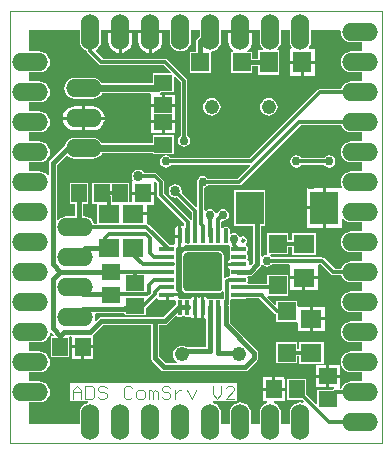
<source format=gtl>
%FSLAX44Y44*%
%MOMM*%
G71*
G01*
G75*
G04 Layer_Physical_Order=1*
G04 Layer_Color=255*
%ADD10C,0.2540*%
G04:AMPARAMS|DCode=11|XSize=1.27mm|YSize=0.3556mm|CornerRadius=0.0356mm|HoleSize=0mm|Usage=FLASHONLY|Rotation=270.000|XOffset=0mm|YOffset=0mm|HoleType=Round|Shape=RoundedRectangle|*
%AMROUNDEDRECTD11*
21,1,1.2700,0.2845,0,0,270.0*
21,1,1.1989,0.3556,0,0,270.0*
1,1,0.0711,-0.1422,-0.5994*
1,1,0.0711,-0.1422,0.5994*
1,1,0.0711,0.1422,0.5994*
1,1,0.0711,0.1422,-0.5994*
%
%ADD11ROUNDEDRECTD11*%
G04:AMPARAMS|DCode=12|XSize=0.3556mm|YSize=1.27mm|CornerRadius=0.0356mm|HoleSize=0mm|Usage=FLASHONLY|Rotation=270.000|XOffset=0mm|YOffset=0mm|HoleType=Round|Shape=RoundedRectangle|*
%AMROUNDEDRECTD12*
21,1,0.3556,1.1989,0,0,270.0*
21,1,0.2845,1.2700,0,0,270.0*
1,1,0.0711,-0.5994,-0.1422*
1,1,0.0711,-0.5994,0.1422*
1,1,0.0711,0.5994,0.1422*
1,1,0.0711,0.5994,-0.1422*
%
%ADD12ROUNDEDRECTD12*%
G04:AMPARAMS|DCode=13|XSize=3.302mm|YSize=3.302mm|CornerRadius=0.3302mm|HoleSize=0mm|Usage=FLASHONLY|Rotation=270.000|XOffset=0mm|YOffset=0mm|HoleType=Round|Shape=RoundedRectangle|*
%AMROUNDEDRECTD13*
21,1,3.3020,2.6416,0,0,270.0*
21,1,2.6416,3.3020,0,0,270.0*
1,1,0.6604,-1.3208,-1.3208*
1,1,0.6604,-1.3208,1.3208*
1,1,0.6604,1.3208,1.3208*
1,1,0.6604,1.3208,-1.3208*
%
%ADD13ROUNDEDRECTD13*%
%ADD14R,1.5240X1.3208*%
%ADD15R,2.4130X2.8194*%
%ADD16R,1.8034X1.6002*%
%ADD17R,1.5240X1.5240*%
%ADD18R,1.3208X1.5240*%
%ADD19R,1.5240X1.5240*%
%ADD20R,1.6002X1.8034*%
%ADD21C,0.6096*%
%ADD22C,0.4064*%
%ADD23C,0.3048*%
%ADD24C,0.0864*%
%ADD25C,0.0500*%
%ADD26C,1.2192*%
%ADD27O,3.0480X1.5240*%
%ADD28O,1.5240X3.0480*%
%ADD29C,0.7580*%
%ADD30C,0.8596*%
G36*
X272066Y142780D02*
X272984Y142167D01*
X274066Y141952D01*
X280877D01*
X281558Y140307D01*
X282980Y138454D01*
X284833Y137032D01*
X286991Y136138D01*
X289306Y135834D01*
X298450D01*
Y128327D01*
X289306D01*
X286991Y128022D01*
X284833Y127128D01*
X282980Y125706D01*
X281558Y123853D01*
X280664Y121695D01*
X280359Y119380D01*
X280664Y117065D01*
X281558Y114907D01*
X282980Y113054D01*
X284833Y111632D01*
X286991Y110738D01*
X289306Y110434D01*
X298450D01*
Y102927D01*
X289306D01*
X286991Y102622D01*
X284833Y101728D01*
X282980Y100306D01*
X281558Y98453D01*
X280664Y96295D01*
X280359Y93980D01*
X280664Y91664D01*
X281558Y89507D01*
X282980Y87654D01*
X284833Y86232D01*
X286991Y85338D01*
X289306Y85034D01*
X298450D01*
Y77526D01*
X289306D01*
X286991Y77222D01*
X284833Y76328D01*
X282980Y74906D01*
X281558Y73053D01*
X280664Y70896D01*
X280359Y68580D01*
X280664Y66265D01*
X281558Y64107D01*
X282980Y62254D01*
X284833Y60832D01*
X286991Y59938D01*
X289306Y59633D01*
X298450D01*
Y52126D01*
X289306D01*
X286991Y51822D01*
X284833Y50928D01*
X282980Y49506D01*
X281558Y47653D01*
X280877Y46008D01*
X279483D01*
X279400Y47244D01*
X279400Y47278D01*
Y55118D01*
X270510D01*
Y47244D01*
X274784D01*
X274909Y45974D01*
X274000Y45793D01*
X273082Y45180D01*
X272992Y45090D01*
X260370D01*
Y33325D01*
X259197Y32839D01*
X250780Y41256D01*
Y54082D01*
X235072D01*
Y36342D01*
X247694D01*
X248821Y35215D01*
X248695Y34825D01*
X248162Y34079D01*
X246126Y34346D01*
X243811Y34042D01*
X241653Y33148D01*
X239800Y31726D01*
X238378Y29873D01*
X237484Y27715D01*
X237180Y25400D01*
Y16256D01*
X229673D01*
Y25400D01*
X229368Y27715D01*
X228474Y29873D01*
X227052Y31726D01*
X225199Y33148D01*
X223668Y33782D01*
X223921Y35052D01*
X232918D01*
Y43942D01*
X214630D01*
Y35052D01*
X217531D01*
X217784Y33782D01*
X216253Y33148D01*
X214400Y31726D01*
X212978Y29873D01*
X212084Y27715D01*
X211779Y25400D01*
Y16256D01*
X204272D01*
Y25400D01*
X203968Y27715D01*
X203074Y29873D01*
X201652Y31726D01*
X199799Y33148D01*
X197642Y34042D01*
X195326Y34346D01*
X193011Y34042D01*
X190853Y33148D01*
X189000Y31726D01*
X187578Y29873D01*
X186684Y27715D01*
X186380Y25400D01*
Y16256D01*
X178873D01*
Y25400D01*
X178568Y27715D01*
X177674Y29873D01*
X176252Y31726D01*
X174399Y33148D01*
X172241Y34042D01*
X171914Y34085D01*
X171997Y35355D01*
X192106D01*
Y50374D01*
X51186D01*
Y35355D01*
X66255D01*
X66338Y34085D01*
X66010Y34042D01*
X63853Y33148D01*
X62000Y31726D01*
X60578Y29873D01*
X59684Y27715D01*
X59380Y25400D01*
Y16256D01*
X16002D01*
Y34234D01*
X25146D01*
X27462Y34538D01*
X29619Y35432D01*
X31472Y36854D01*
X32894Y38707D01*
X33788Y40865D01*
X34093Y43180D01*
X33788Y45496D01*
X32894Y47653D01*
X31472Y49506D01*
X29619Y50928D01*
X27462Y51822D01*
X25146Y52126D01*
X16002D01*
Y59633D01*
X25146D01*
X27462Y59938D01*
X29619Y60832D01*
X31472Y62254D01*
X32894Y64107D01*
X33788Y66265D01*
X34093Y68580D01*
X33788Y70896D01*
X32894Y73053D01*
X31472Y74906D01*
X29619Y76328D01*
X27462Y77222D01*
X25146Y77526D01*
X16002D01*
Y85034D01*
X25146D01*
X27462Y85338D01*
X29619Y86232D01*
X31472Y87654D01*
X32894Y89507D01*
X33788Y91664D01*
X33977Y93099D01*
X35317Y93554D01*
X37548Y91323D01*
X37062Y90150D01*
X34818D01*
Y72410D01*
X50526D01*
Y89770D01*
X51671Y90452D01*
X52680Y90075D01*
Y82550D01*
X70968D01*
Y91440D01*
X70968Y91440D01*
X70968D01*
X70968Y91440D01*
X71548Y92470D01*
X79110Y100032D01*
X119590D01*
Y71628D01*
X119595Y71601D01*
X119590Y71573D01*
X119722Y70962D01*
X119844Y70347D01*
X119860Y70324D01*
X119866Y70297D01*
X120222Y69782D01*
X120570Y69262D01*
X120593Y69246D01*
X120609Y69223D01*
X128483Y61603D01*
X129009Y61264D01*
X129529Y60916D01*
X129557Y60911D01*
X129580Y60896D01*
X130196Y60784D01*
X130810Y60662D01*
X199136D01*
X199750Y60784D01*
X200366Y60896D01*
X200389Y60911D01*
X200417Y60916D01*
X200936Y61264D01*
X201463Y61603D01*
X209337Y69223D01*
X209353Y69246D01*
X209376Y69262D01*
X209724Y69782D01*
X210080Y70297D01*
X210086Y70324D01*
X210102Y70347D01*
X210224Y70962D01*
X210356Y71573D01*
X210351Y71601D01*
X210356Y71628D01*
Y76454D01*
X210102Y77735D01*
X209376Y78820D01*
X186480Y101716D01*
Y114808D01*
X186328Y115572D01*
X186853Y117278D01*
X186896Y117697D01*
X186978Y118110D01*
Y121033D01*
X187808Y122163D01*
X199796D01*
X200423Y122287D01*
X200582Y122394D01*
X211427D01*
X224314Y109506D01*
X225232Y108893D01*
X225826Y108775D01*
Y102610D01*
X242697D01*
X243566Y102610D01*
X243967Y101506D01*
X243967Y101506D01*
Y94357D01*
X254254D01*
Y104898D01*
Y115439D01*
X244836D01*
X243967Y115439D01*
X243566Y116543D01*
Y120350D01*
X225826D01*
Y117653D01*
X224653Y117167D01*
X218330Y123490D01*
X218856Y124760D01*
X235946D01*
Y142500D01*
X218206D01*
Y134654D01*
X201736D01*
X201590Y134831D01*
X201173Y135924D01*
X201309Y136127D01*
X201434Y136754D01*
Y139598D01*
X201321Y140164D01*
X201317Y140238D01*
X202029Y141434D01*
X203200D01*
X204481Y141688D01*
X205566Y142414D01*
X211916Y148764D01*
X212642Y149849D01*
X212778Y150534D01*
X214126Y150802D01*
X214298Y150544D01*
X215965Y149430D01*
X217932Y149039D01*
X219898Y149430D01*
X221566Y150544D01*
X222104Y151350D01*
X236699D01*
X237617Y150499D01*
X237617Y150080D01*
Y141228D01*
X260731D01*
Y150080D01*
X260731Y150499D01*
X261649Y151349D01*
X261649Y151350D01*
X263496D01*
X272066Y142780D01*
D02*
G37*
G36*
X280434Y348549D02*
X280359Y347980D01*
X280664Y345664D01*
X281558Y343507D01*
X282980Y341654D01*
X284833Y340232D01*
X286991Y339338D01*
X289306Y339034D01*
X298450D01*
Y331526D01*
X289306D01*
X286991Y331222D01*
X284833Y330328D01*
X282980Y328906D01*
X281558Y327053D01*
X280664Y324896D01*
X280359Y322580D01*
X280664Y320265D01*
X281558Y318107D01*
X282980Y316254D01*
X284833Y314832D01*
X286991Y313938D01*
X289306Y313633D01*
X298450D01*
Y306126D01*
X289306D01*
X286991Y305822D01*
X284833Y304928D01*
X282980Y303506D01*
X281558Y301653D01*
X280877Y300008D01*
X263144D01*
X262600Y299900D01*
X262067Y299795D01*
X262065Y299794D01*
X262062Y299793D01*
X261609Y299491D01*
X261148Y299184D01*
X202794Y241080D01*
X136506D01*
X135968Y241886D01*
X134300Y243000D01*
X132334Y243391D01*
X130367Y243000D01*
X128700Y241886D01*
X127586Y240219D01*
X127195Y238252D01*
X127586Y236285D01*
X128700Y234618D01*
X130367Y233504D01*
X132334Y233113D01*
X134300Y233504D01*
X135968Y234618D01*
X136506Y235424D01*
X203212D01*
X203738Y234154D01*
X193393Y223808D01*
X167748D01*
X167210Y224614D01*
X165543Y225728D01*
X163576Y226119D01*
X161609Y225728D01*
X159942Y224614D01*
X158828Y222946D01*
X158437Y220980D01*
X158828Y219014D01*
X158970Y218802D01*
Y200023D01*
X157795Y199541D01*
X145582Y211936D01*
X145865Y213360D01*
X145434Y215525D01*
X144208Y217360D01*
X142373Y218586D01*
X140208Y219017D01*
X138043Y218586D01*
X136208Y217360D01*
X134982Y215525D01*
X134551Y213360D01*
X134982Y211195D01*
X136208Y209360D01*
X138043Y208134D01*
X140208Y207703D01*
X141548Y207970D01*
X154398Y194929D01*
Y188953D01*
X153128Y188567D01*
X152876Y188944D01*
X130590Y211229D01*
Y220980D01*
X130375Y222062D01*
X129762Y222980D01*
X124936Y227806D01*
X124018Y228419D01*
X122936Y228634D01*
X113749D01*
X112966Y229806D01*
X111131Y231032D01*
X108966Y231463D01*
X106801Y231032D01*
X104966Y229806D01*
X103740Y227971D01*
X103309Y225806D01*
X103740Y223641D01*
X104330Y222758D01*
X103651Y221488D01*
X103632D01*
Y212598D01*
X121920D01*
Y221026D01*
X123145Y221597D01*
X124934Y219809D01*
Y210058D01*
X125149Y208976D01*
X125762Y208058D01*
X148048Y185772D01*
Y184081D01*
X146778Y183402D01*
X146628Y183502D01*
X145498Y183727D01*
X145346D01*
Y174780D01*
Y165833D01*
X145498D01*
X146628Y166058D01*
X147586Y166698D01*
X148142Y167530D01*
X148527Y167273D01*
X149154Y167148D01*
X151998D01*
X152625Y167273D01*
X153107Y167595D01*
X153167Y167628D01*
X154485D01*
X154545Y167595D01*
X155027Y167273D01*
X155654Y167148D01*
X158498D01*
X159125Y167273D01*
X159607Y167595D01*
X159667Y167628D01*
X160985D01*
X161045Y167595D01*
X161527Y167273D01*
X162154Y167148D01*
X164998D01*
X165625Y167273D01*
X166156Y167628D01*
X167600D01*
X168131Y167273D01*
X168758Y167148D01*
X171602D01*
X172229Y167273D01*
X172760Y167628D01*
X174204D01*
X174735Y167273D01*
X175362Y167148D01*
X178008D01*
X178093Y167148D01*
X178206Y167148D01*
X178207Y167149D01*
X178823Y167271D01*
X178825Y167272D01*
X178825Y167272D01*
X178833Y167273D01*
X178833Y167273D01*
X179627Y167538D01*
X179799Y167543D01*
X179668Y167551D01*
X179682Y167556D01*
X179850Y167544D01*
X179799Y167543D01*
X180157Y167519D01*
X180327Y167492D01*
X180968Y167352D01*
X181085Y167273D01*
X181711Y167149D01*
X181712Y167148D01*
X181910Y167148D01*
X184556D01*
X185183Y167273D01*
X185714Y167628D01*
X186629Y166828D01*
X186295Y166329D01*
X186171Y165702D01*
Y162906D01*
X186171Y162858D01*
X186171Y162857D01*
X186295Y162231D01*
X186488Y161943D01*
X186588Y161793D01*
X186588Y161793D01*
X186618Y161739D01*
X186637Y161030D01*
X186618Y160321D01*
X186588Y160267D01*
X186588Y160267D01*
X186488Y160117D01*
X186295Y159829D01*
X186171Y159202D01*
X186171Y159202D01*
X186171Y159153D01*
Y156358D01*
X186295Y155731D01*
X186552Y155346D01*
X185720Y154790D01*
X185080Y153832D01*
X184855Y152702D01*
Y152550D01*
X193802D01*
Y150010D01*
X184855D01*
Y149858D01*
X185080Y148728D01*
X185720Y147770D01*
X186552Y147214D01*
X186295Y146829D01*
X186171Y146202D01*
Y143358D01*
X186295Y142731D01*
X186600Y142274D01*
X186514Y141873D01*
X186154Y141004D01*
X185674D01*
X184592Y140789D01*
X183674Y140176D01*
X182695Y139197D01*
X181425Y139723D01*
Y157988D01*
X181072Y159764D01*
X180066Y161270D01*
X178560Y162276D01*
X176784Y162629D01*
X150368D01*
X148592Y162276D01*
X147086Y161270D01*
X146080Y159764D01*
X145727Y157988D01*
Y131572D01*
X146080Y129796D01*
X147086Y128290D01*
X148592Y127284D01*
X150368Y126931D01*
X176784D01*
X178560Y127284D01*
X180066Y128290D01*
X181322Y127884D01*
Y122108D01*
X181085Y122061D01*
X180707Y121808D01*
X180548Y121706D01*
X179370D01*
X179211Y121808D01*
X178833Y122061D01*
X178206Y122185D01*
X175362D01*
X174735Y122061D01*
X174204Y121706D01*
X172760D01*
X172229Y122061D01*
X171602Y122185D01*
X168758D01*
X168131Y122061D01*
X167674Y121756D01*
X167086Y122636D01*
X166128Y123276D01*
X164998Y123501D01*
X164846D01*
Y114554D01*
Y105607D01*
X164998D01*
X165310Y105669D01*
X166580Y104722D01*
Y80816D01*
X150192D01*
X149501Y81347D01*
X147714Y82087D01*
X145796Y82339D01*
X143878Y82087D01*
X142091Y81347D01*
X140557Y80169D01*
X139379Y78635D01*
X138639Y76848D01*
X138387Y74930D01*
X138639Y73012D01*
X139379Y71225D01*
X140557Y69691D01*
X141947Y68624D01*
X141922Y68120D01*
X141591Y67354D01*
X132164D01*
X126282Y73046D01*
Y100032D01*
X131826D01*
X131843Y100035D01*
X131861Y100032D01*
X132483Y100162D01*
X133107Y100286D01*
X133121Y100296D01*
X133138Y100300D01*
X133664Y100659D01*
X134192Y101012D01*
X134202Y101026D01*
X134216Y101036D01*
X140165Y107108D01*
X141496Y107402D01*
X142027Y107047D01*
X142654Y106923D01*
X145498D01*
X146125Y107047D01*
X146607Y107369D01*
X146667Y107402D01*
X147985D01*
X148045Y107369D01*
X148527Y107047D01*
X149154Y106923D01*
X151998D01*
X152625Y107047D01*
X153010Y107304D01*
X153566Y106472D01*
X154524Y105832D01*
X155654Y105607D01*
X155806D01*
Y114554D01*
Y123501D01*
X155654D01*
X154524Y123276D01*
X153566Y122636D01*
X153010Y121804D01*
X152625Y122061D01*
X151998Y122185D01*
X149154D01*
X148527Y122061D01*
X148045Y121739D01*
X147985Y121706D01*
X146667D01*
X146607Y121739D01*
X146125Y122061D01*
X145498Y122185D01*
X143398D01*
X143379Y122194D01*
X142463Y123333D01*
X142448Y123423D01*
X142523Y123800D01*
Y123952D01*
X134846D01*
Y120847D01*
X139570D01*
X139790Y120891D01*
X139976Y120839D01*
X141017Y119872D01*
Y117542D01*
X130420Y106724D01*
X77724D01*
X76443Y106470D01*
X75358Y105744D01*
X72756Y103143D01*
X71680Y103862D01*
X71888Y104365D01*
X72193Y106680D01*
X71964Y108414D01*
X72845Y109684D01*
X96774D01*
X97556Y108544D01*
Y108224D01*
X115296D01*
Y114351D01*
X123533Y122799D01*
X124069Y122747D01*
X124987Y122471D01*
X125494Y121712D01*
X126452Y121072D01*
X127582Y120847D01*
X132306D01*
Y125222D01*
X133576D01*
Y126492D01*
X142523D01*
Y126644D01*
X142298Y127774D01*
X141658Y128732D01*
X140895Y129242D01*
X141083Y129523D01*
X141208Y130150D01*
Y132994D01*
X141083Y133621D01*
X140728Y134152D01*
Y135596D01*
X141083Y136127D01*
X141208Y136754D01*
Y139598D01*
X141083Y140225D01*
X140728Y140756D01*
Y142200D01*
X141083Y142731D01*
X141208Y143358D01*
Y146202D01*
X141083Y146829D01*
X140761Y147311D01*
X140728Y147371D01*
Y148689D01*
X140761Y148749D01*
X141083Y149231D01*
X141208Y149858D01*
Y152702D01*
X141083Y153329D01*
X140761Y153811D01*
X140728Y153871D01*
Y155189D01*
X140761Y155249D01*
X141083Y155731D01*
X141208Y156358D01*
Y159202D01*
X141083Y159829D01*
X140761Y160311D01*
X140728Y160371D01*
Y161689D01*
X140761Y161749D01*
X141083Y162231D01*
X141208Y162858D01*
Y164858D01*
X142386Y165869D01*
X142438Y165876D01*
X142654Y165833D01*
X142806D01*
Y173510D01*
X139701D01*
Y168786D01*
X139744Y168570D01*
X139737Y168518D01*
X138726Y167339D01*
X135605D01*
X117810Y184893D01*
X117358Y185192D01*
X116906Y185493D01*
X116897Y185495D01*
X116889Y185500D01*
X116357Y185602D01*
X116205Y185633D01*
Y192528D01*
X104648D01*
Y195068D01*
X116205D01*
Y201168D01*
X121920D01*
Y210058D01*
X103632D01*
Y204339D01*
X101478D01*
Y220198D01*
X70124D01*
Y202458D01*
X73807D01*
Y185708D01*
X71675D01*
X70994Y187353D01*
X69572Y189206D01*
X67719Y190628D01*
X65561Y191522D01*
X63246Y191826D01*
X62020D01*
Y202458D01*
X66680D01*
Y220198D01*
X50972D01*
Y202458D01*
X55328D01*
Y191826D01*
X48006D01*
X45690Y191522D01*
X43533Y190628D01*
X41680Y189206D01*
X41192Y188571D01*
X39922Y189002D01*
Y235342D01*
X47751Y243170D01*
X48792Y243102D01*
X50645Y241680D01*
X52803Y240786D01*
X55118Y240481D01*
X70358D01*
X72674Y240786D01*
X74831Y241680D01*
X76684Y243102D01*
X78106Y244955D01*
X78144Y245046D01*
X121178D01*
Y244774D01*
X138918D01*
Y260482D01*
X121178D01*
Y253810D01*
X78144D01*
X78106Y253901D01*
X76684Y255754D01*
X74831Y257176D01*
X72674Y258070D01*
X70358Y258375D01*
X55118D01*
X52803Y258070D01*
X50645Y257176D01*
X48792Y255754D01*
X47370Y253901D01*
X46476Y251744D01*
X46418Y251303D01*
X34210Y239094D01*
X33484Y238009D01*
X33230Y236728D01*
Y227102D01*
X31960Y226671D01*
X31472Y227306D01*
X29619Y228728D01*
X27462Y229622D01*
X25146Y229926D01*
X16002D01*
Y237433D01*
X25146D01*
X27462Y237738D01*
X29619Y238632D01*
X31472Y240054D01*
X32894Y241907D01*
X33788Y244065D01*
X34093Y246380D01*
X33788Y248696D01*
X32894Y250853D01*
X31472Y252706D01*
X29619Y254128D01*
X27462Y255022D01*
X25146Y255326D01*
X16002D01*
Y262833D01*
X25146D01*
X27462Y263138D01*
X29619Y264032D01*
X31472Y265454D01*
X32894Y267307D01*
X33788Y269464D01*
X34093Y271780D01*
X33788Y274095D01*
X32894Y276253D01*
X31472Y278106D01*
X29619Y279528D01*
X27462Y280422D01*
X25146Y280727D01*
X16002D01*
Y288234D01*
X25146D01*
X27462Y288538D01*
X29619Y289432D01*
X31472Y290854D01*
X32894Y292707D01*
X33788Y294865D01*
X34093Y297180D01*
X33788Y299496D01*
X32894Y301653D01*
X31472Y303506D01*
X29619Y304928D01*
X27462Y305822D01*
X25146Y306126D01*
X16002D01*
Y313633D01*
X25146D01*
X27462Y313938D01*
X29619Y314832D01*
X31472Y316254D01*
X32894Y318107D01*
X33788Y320265D01*
X34093Y322580D01*
X33788Y324896D01*
X32894Y327053D01*
X31472Y328906D01*
X29619Y330328D01*
X27462Y331222D01*
X25146Y331526D01*
X16002D01*
Y349504D01*
X59380D01*
Y340360D01*
X59684Y338045D01*
X60578Y335887D01*
X62000Y334034D01*
X63853Y332612D01*
X65508Y331926D01*
X65713Y330896D01*
X66326Y329978D01*
X75724Y320580D01*
X76642Y319967D01*
X77724Y319752D01*
X130641D01*
X136373Y313927D01*
X135882Y312756D01*
X121178D01*
Y304610D01*
X78144D01*
X78106Y304701D01*
X76684Y306554D01*
X74831Y307976D01*
X72674Y308870D01*
X70358Y309174D01*
X55118D01*
X52803Y308870D01*
X50645Y307976D01*
X48792Y306554D01*
X47370Y304701D01*
X46476Y302544D01*
X46171Y300228D01*
X46476Y297913D01*
X47370Y295755D01*
X48792Y293902D01*
X50645Y292480D01*
X52803Y291586D01*
X55118Y291282D01*
X70358D01*
X72674Y291586D01*
X74831Y292480D01*
X76684Y293902D01*
X78106Y295755D01*
X78144Y295846D01*
X119120D01*
X119888Y294894D01*
X119888Y294576D01*
Y287020D01*
X128778D01*
Y294894D01*
X127709D01*
X127584Y296164D01*
X127661Y296179D01*
X128961Y297048D01*
X138918D01*
Y309666D01*
X140093Y310147D01*
X144746Y305420D01*
Y259950D01*
X143940Y259412D01*
X142826Y257745D01*
X142435Y255778D01*
X142826Y253811D01*
X143940Y252144D01*
X145608Y251030D01*
X147574Y250639D01*
X149541Y251030D01*
X151208Y252144D01*
X152322Y253811D01*
X152713Y255778D01*
X152322Y257745D01*
X151208Y259412D01*
X150402Y259950D01*
Y306578D01*
X150297Y307108D01*
X150196Y307639D01*
X150189Y307649D01*
X150187Y307660D01*
X149888Y308108D01*
X149590Y308562D01*
X133842Y324564D01*
X133832Y324570D01*
X133826Y324580D01*
X133378Y324879D01*
X132929Y325184D01*
X132918Y325187D01*
X132908Y325193D01*
X132378Y325299D01*
X131849Y325408D01*
X131837Y325406D01*
X131826Y325408D01*
X78896D01*
X72884Y331420D01*
X73189Y332911D01*
X74652Y334034D01*
X76074Y335887D01*
X76968Y338045D01*
X77273Y340360D01*
Y349504D01*
X83478D01*
Y349250D01*
X103974D01*
Y349504D01*
X108878D01*
Y349250D01*
X129374D01*
Y349504D01*
X135580D01*
Y340360D01*
X135884Y338045D01*
X136778Y335887D01*
X138200Y334034D01*
X140053Y332612D01*
X142211Y331718D01*
X144526Y331413D01*
X146841Y331718D01*
X148999Y332612D01*
X150852Y334034D01*
X152274Y335887D01*
X153168Y338045D01*
X153472Y340360D01*
Y349504D01*
X160979D01*
Y344528D01*
X159178Y342726D01*
X158452Y341641D01*
X158198Y340360D01*
Y330942D01*
X152700D01*
Y313202D01*
X170440D01*
Y330336D01*
X170440Y330942D01*
X171433Y331612D01*
X172241Y331718D01*
X174399Y332612D01*
X176252Y334034D01*
X177674Y335887D01*
X178568Y338045D01*
X178873Y340360D01*
Y349504D01*
X185078D01*
Y349250D01*
X205574D01*
Y349504D01*
X211779D01*
Y340360D01*
X212084Y338045D01*
X212978Y335887D01*
X214400Y334034D01*
X214953Y333609D01*
X214522Y332339D01*
X209955D01*
Y325418D01*
X205466D01*
Y330942D01*
X201828D01*
X201397Y332212D01*
X202572Y333114D01*
X204201Y335236D01*
X205224Y337708D01*
X205574Y340360D01*
Y346710D01*
X185078D01*
Y340360D01*
X185427Y337708D01*
X186451Y335236D01*
X188080Y333114D01*
X189255Y332212D01*
X188824Y330942D01*
X187726D01*
Y313202D01*
X205466D01*
Y318726D01*
X209955D01*
Y311805D01*
X228457D01*
Y332339D01*
X226930D01*
X226499Y333609D01*
X227052Y334034D01*
X228474Y335887D01*
X229368Y338045D01*
X229673Y340360D01*
Y349504D01*
X237180D01*
Y340360D01*
X237484Y338045D01*
X238378Y335887D01*
X239136Y334899D01*
X238510Y333629D01*
X237109D01*
Y323342D01*
X258191D01*
Y333629D01*
X253742D01*
X253116Y334899D01*
X253874Y335887D01*
X254768Y338045D01*
X255072Y340360D01*
Y349504D01*
X279597D01*
X280434Y348549D01*
D02*
G37*
G36*
X281558Y267307D02*
X282980Y265454D01*
X284833Y264032D01*
X286991Y263138D01*
X289306Y262833D01*
X298450D01*
Y255326D01*
X289306D01*
X286991Y255022D01*
X284833Y254128D01*
X282980Y252706D01*
X281558Y250853D01*
X280664Y248696D01*
X280359Y246380D01*
X280664Y244065D01*
X281558Y241907D01*
X282980Y240054D01*
X284833Y238632D01*
X286991Y237738D01*
X289306Y237433D01*
X298450D01*
Y229926D01*
X289306D01*
X286991Y229622D01*
X284833Y228728D01*
X282980Y227306D01*
X281558Y225453D01*
X280664Y223295D01*
X280359Y220980D01*
X280664Y218664D01*
X281522Y216594D01*
X281273Y216172D01*
X280715Y215519D01*
X267716D01*
Y198882D01*
Y182245D01*
X281051D01*
Y189681D01*
X282321Y190112D01*
X282980Y189254D01*
X284833Y187832D01*
X286991Y186938D01*
X289306Y186633D01*
X298450D01*
Y179126D01*
X289306D01*
X286991Y178822D01*
X284833Y177928D01*
X282980Y176506D01*
X281558Y174653D01*
X280664Y172495D01*
X280359Y170180D01*
X280664Y167864D01*
X281558Y165707D01*
X282980Y163854D01*
X284833Y162432D01*
X286991Y161538D01*
X289306Y161234D01*
X298450D01*
Y153727D01*
X289306D01*
X286991Y153422D01*
X284833Y152528D01*
X282980Y151106D01*
X281558Y149253D01*
X280877Y147608D01*
X275238D01*
X266668Y156178D01*
X265750Y156791D01*
X264668Y157006D01*
X222104D01*
X221566Y157812D01*
X220511Y158516D01*
X220897Y159786D01*
X235946D01*
Y165828D01*
X238907D01*
Y159151D01*
X259441D01*
Y177653D01*
X238907D01*
Y171484D01*
X235946D01*
Y177526D01*
X218206D01*
Y160557D01*
X218009Y159667D01*
X217191Y159169D01*
X215965Y158926D01*
X214298Y157812D01*
X214166Y157614D01*
X212896Y157999D01*
Y183535D01*
X216511D01*
Y214229D01*
X189881D01*
Y183535D01*
X206204D01*
Y152516D01*
X204019Y150331D01*
X202749Y150857D01*
Y152702D01*
X202524Y153832D01*
X201884Y154790D01*
X201052Y155346D01*
X201309Y155731D01*
X201434Y156358D01*
Y159153D01*
X201434Y159202D01*
X201433Y159202D01*
X201309Y159829D01*
X201116Y160117D01*
X201016Y160267D01*
X201016Y160267D01*
X200986Y160321D01*
X200967Y161030D01*
X200986Y161739D01*
X201016Y161793D01*
X201016Y161793D01*
X201116Y161943D01*
X201309Y162231D01*
X201433Y162857D01*
X201434Y162858D01*
X201434Y162906D01*
Y165702D01*
X201309Y166329D01*
X200954Y166860D01*
X200423Y167215D01*
X200332Y167233D01*
X200063Y168581D01*
X200161Y168647D01*
X200943Y169816D01*
X201217Y171196D01*
X200943Y172576D01*
X200161Y173745D01*
X198992Y174527D01*
X197612Y174801D01*
X196232Y174527D01*
X196086Y174429D01*
X194740Y174687D01*
X193626Y176354D01*
X191959Y177468D01*
X189992Y177859D01*
X188025Y177468D01*
X187463Y177092D01*
X186194Y177771D01*
Y180774D01*
X186069Y181401D01*
X185714Y181932D01*
X185183Y182287D01*
X184556Y182411D01*
X181910D01*
X181712Y182411D01*
X181711Y182411D01*
X181085Y182287D01*
X180891Y182157D01*
X180779Y182083D01*
X180779Y182083D01*
X180552Y182077D01*
X179515Y182363D01*
X179358Y182428D01*
Y186870D01*
X180588Y187903D01*
X180594Y187901D01*
X182561Y188292D01*
X184228Y189406D01*
X185342Y191073D01*
X185733Y193040D01*
X185342Y195007D01*
X184228Y196674D01*
X182561Y197788D01*
X180594Y198179D01*
X178627Y197788D01*
X176960Y196674D01*
X175846Y195007D01*
X175780Y194675D01*
X174486D01*
X174420Y195007D01*
X173306Y196674D01*
X171639Y197788D01*
X169672Y198179D01*
X167705Y197788D01*
X166038Y196674D01*
X165896Y196461D01*
X164626Y196846D01*
Y216050D01*
X165543Y216232D01*
X167210Y217346D01*
X167748Y218152D01*
X194564D01*
X195646Y218367D01*
X196564Y218980D01*
X246535Y268952D01*
X280877D01*
X281558Y267307D01*
D02*
G37*
%LPC*%
G36*
X247904Y138688D02*
X237617D01*
Y129417D01*
X247904D01*
Y138688D01*
D02*
G37*
G36*
X162306Y123501D02*
X162154D01*
X161024Y123276D01*
X160326Y122810D01*
X159628Y123276D01*
X158498Y123501D01*
X158346D01*
Y114554D01*
Y105607D01*
X158498D01*
X159628Y105832D01*
X160326Y106298D01*
X161024Y105832D01*
X162154Y105607D01*
X162306D01*
Y114554D01*
Y123501D01*
D02*
G37*
G36*
X256794Y115439D02*
Y106168D01*
X267081D01*
Y115439D01*
X256794D01*
D02*
G37*
G36*
X142806Y183727D02*
X142654D01*
X141524Y183502D01*
X140566Y182862D01*
X139926Y181904D01*
X139701Y180774D01*
Y176050D01*
X142806D01*
Y183727D01*
D02*
G37*
G36*
X265176Y197612D02*
X251841D01*
Y182245D01*
X265176D01*
Y197612D01*
D02*
G37*
G36*
X260731Y138688D02*
X250444D01*
Y129417D01*
X260731D01*
Y138688D01*
D02*
G37*
G36*
X267081Y103628D02*
X256794D01*
Y94357D01*
X267081D01*
Y103628D01*
D02*
G37*
G36*
X267970Y55118D02*
X259080D01*
Y47244D01*
X267970D01*
Y55118D01*
D02*
G37*
G36*
Y65532D02*
X259080D01*
Y57658D01*
X267970D01*
Y65532D01*
D02*
G37*
G36*
X222504Y55372D02*
X214630D01*
Y46482D01*
X222504D01*
Y55372D01*
D02*
G37*
G36*
X232918D02*
X225044D01*
Y46482D01*
X232918D01*
Y55372D01*
D02*
G37*
G36*
X70968Y80010D02*
X63094D01*
Y71120D01*
X70968D01*
Y80010D01*
D02*
G37*
G36*
X265791Y85705D02*
X245257D01*
Y79282D01*
X243566D01*
Y85324D01*
X225826D01*
Y67584D01*
X243566D01*
Y73626D01*
X245257D01*
Y67203D01*
X265791D01*
Y85705D01*
D02*
G37*
G36*
X279400Y65532D02*
X270510D01*
Y57658D01*
X279400D01*
Y65532D01*
D02*
G37*
G36*
X60554Y80010D02*
X52680D01*
Y71120D01*
X60554D01*
Y80010D01*
D02*
G37*
G36*
X265176Y215519D02*
X251841D01*
Y200152D01*
X265176D01*
Y215519D01*
D02*
G37*
G36*
X246380Y320802D02*
X237109D01*
Y310515D01*
X246380D01*
Y320802D01*
D02*
G37*
G36*
X258191D02*
X248920D01*
Y310515D01*
X258191D01*
Y320802D01*
D02*
G37*
G36*
X219456Y291889D02*
X217538Y291637D01*
X215751Y290897D01*
X214217Y289719D01*
X213039Y288185D01*
X212299Y286398D01*
X212047Y284480D01*
X212299Y282562D01*
X213039Y280775D01*
X214217Y279241D01*
X215751Y278063D01*
X217538Y277323D01*
X219456Y277071D01*
X221374Y277323D01*
X223161Y278063D01*
X224695Y279241D01*
X225873Y280775D01*
X226613Y282562D01*
X226865Y284480D01*
X226613Y286398D01*
X225873Y288185D01*
X224695Y289719D01*
X223161Y290897D01*
X221374Y291637D01*
X219456Y291889D01*
D02*
G37*
G36*
X140208Y294894D02*
X131318D01*
Y287020D01*
X140208D01*
Y294894D01*
D02*
G37*
G36*
X117856Y346710D02*
X108878D01*
Y340360D01*
X109228Y337708D01*
X110251Y335236D01*
X111880Y333114D01*
X114002Y331485D01*
X116474Y330462D01*
X117856Y330280D01*
Y346710D01*
D02*
G37*
G36*
X129374D02*
X120396D01*
Y330280D01*
X121778Y330462D01*
X124250Y331485D01*
X126372Y333114D01*
X128001Y335236D01*
X129024Y337708D01*
X129374Y340360D01*
Y346710D01*
D02*
G37*
G36*
X92456D02*
X83478D01*
Y340360D01*
X83827Y337708D01*
X84851Y335236D01*
X86480Y333114D01*
X88602Y331485D01*
X91074Y330462D01*
X92456Y330280D01*
Y346710D01*
D02*
G37*
G36*
X103974D02*
X94996D01*
Y330280D01*
X96378Y330462D01*
X98850Y331485D01*
X100972Y333114D01*
X102601Y335236D01*
X103624Y337708D01*
X103974Y340360D01*
Y346710D01*
D02*
G37*
G36*
X171196Y291889D02*
X169278Y291637D01*
X167491Y290897D01*
X165957Y289719D01*
X164779Y288185D01*
X164039Y286398D01*
X163787Y284480D01*
X164039Y282562D01*
X164779Y280775D01*
X165957Y279241D01*
X167491Y278063D01*
X169278Y277323D01*
X171196Y277071D01*
X173114Y277323D01*
X174901Y278063D01*
X176435Y279241D01*
X177613Y280775D01*
X178353Y282562D01*
X178605Y284480D01*
X178353Y286398D01*
X177613Y288185D01*
X176435Y289719D01*
X174901Y290897D01*
X173114Y291637D01*
X171196Y291889D01*
D02*
G37*
G36*
X140208Y270510D02*
X131318D01*
Y262636D01*
X140208D01*
Y270510D01*
D02*
G37*
G36*
X61468Y273558D02*
X45037D01*
X45219Y272176D01*
X46243Y269704D01*
X47872Y267582D01*
X49994Y265953D01*
X52466Y264930D01*
X55118Y264580D01*
X61468D01*
Y273558D01*
D02*
G37*
G36*
X270764Y243391D02*
X268797Y243000D01*
X267130Y241886D01*
X266592Y241080D01*
X246996D01*
X246458Y241886D01*
X244790Y243000D01*
X242824Y243391D01*
X240858Y243000D01*
X239190Y241886D01*
X238076Y240219D01*
X237685Y238252D01*
X238076Y236285D01*
X239190Y234618D01*
X240858Y233504D01*
X242824Y233113D01*
X244790Y233504D01*
X246458Y234618D01*
X246996Y235424D01*
X266592D01*
X267130Y234618D01*
X268797Y233504D01*
X270764Y233113D01*
X272731Y233504D01*
X274398Y234618D01*
X275512Y236285D01*
X275903Y238252D01*
X275512Y240219D01*
X274398Y241886D01*
X272731Y243000D01*
X270764Y243391D01*
D02*
G37*
G36*
X128778Y270510D02*
X119888D01*
Y262636D01*
X128778D01*
Y270510D01*
D02*
G37*
G36*
X61468Y285076D02*
X55118D01*
X52466Y284727D01*
X49994Y283703D01*
X47872Y282074D01*
X46243Y279952D01*
X45219Y277480D01*
X45037Y276098D01*
X61468D01*
Y285076D01*
D02*
G37*
G36*
X70358D02*
X64008D01*
Y276098D01*
X80438D01*
X80257Y277480D01*
X79233Y279952D01*
X77604Y282074D01*
X75482Y283703D01*
X73010Y284727D01*
X70358Y285076D01*
D02*
G37*
G36*
X80438Y273558D02*
X64008D01*
Y264580D01*
X70358D01*
X73010Y264930D01*
X75482Y265953D01*
X77604Y267582D01*
X79233Y269704D01*
X80257Y272176D01*
X80438Y273558D01*
D02*
G37*
G36*
X140208Y284480D02*
X119888D01*
Y276606D01*
Y273050D01*
X140208D01*
Y276606D01*
Y284480D01*
D02*
G37*
%LPD*%
D10*
X198628Y171196D02*
G03*
X198628Y171196I-1016J0D01*
G01*
D11*
X183134Y174780D02*
D03*
X176784D02*
D03*
X170180D02*
D03*
X163576D02*
D03*
X157076D02*
D03*
X150576D02*
D03*
X144076D02*
D03*
Y114554D02*
D03*
X150576D02*
D03*
X157076D02*
D03*
X163576D02*
D03*
X170180D02*
D03*
X176784D02*
D03*
X183134D02*
D03*
D12*
X133576Y164280D02*
D03*
Y157780D02*
D03*
Y151280D02*
D03*
Y144780D02*
D03*
Y138176D02*
D03*
Y131572D02*
D03*
Y125222D02*
D03*
X193802D02*
D03*
Y131572D02*
D03*
Y138176D02*
D03*
Y144780D02*
D03*
Y151280D02*
D03*
Y157780D02*
D03*
Y164280D02*
D03*
D13*
X163576Y144780D02*
D03*
D14*
X130048Y304902D02*
D03*
Y285750D02*
D03*
Y252628D02*
D03*
Y271780D02*
D03*
X106426Y135230D02*
D03*
Y116078D02*
D03*
X85598Y144628D02*
D03*
Y125476D02*
D03*
X269240Y37236D02*
D03*
Y56388D02*
D03*
D15*
X203196Y198882D02*
D03*
X266446D02*
D03*
D16*
X104648Y165354D02*
D03*
Y193798D02*
D03*
X249174Y168402D02*
D03*
Y139958D02*
D03*
X255524Y76454D02*
D03*
Y104898D02*
D03*
X84074Y193802D02*
D03*
Y165358D02*
D03*
D17*
X227076Y168656D02*
D03*
Y133630D02*
D03*
X234696Y76454D02*
D03*
Y111480D02*
D03*
D18*
X58826Y211328D02*
D03*
X77978D02*
D03*
X93624D02*
D03*
X112776D02*
D03*
X61824Y81280D02*
D03*
X42672D02*
D03*
X242926Y45212D02*
D03*
X223774D02*
D03*
D19*
X196596Y322072D02*
D03*
X161570D02*
D03*
D20*
X247650D02*
D03*
X219206D02*
D03*
D21*
X62738Y300228D02*
X125984D01*
X62738Y249428D02*
X122174D01*
D22*
X161544Y322072D02*
Y340360D01*
X169672Y348488D01*
Y348234D02*
Y348488D01*
Y348234D02*
X169926Y347980D01*
X125984Y300228D02*
X130810Y305054D01*
X130048D02*
X130810D01*
X42926Y81280D02*
Y90678D01*
X36576Y97028D02*
X42926Y90678D01*
X36576Y97028D02*
Y138430D01*
X42926Y144780D01*
X81026D01*
X144018Y114808D02*
X150622D01*
X131826Y103378D02*
X144018Y115824D01*
X124460Y103378D02*
X131826D01*
X77724D02*
X124460D01*
X68326Y93980D02*
X77724Y103378D01*
X46228Y93980D02*
X68326D01*
X42926Y90678D02*
X46228Y93980D01*
X49276Y249428D02*
X62738D01*
X36576Y236728D02*
X49276Y249428D01*
X36576Y151130D02*
Y236728D01*
Y151130D02*
X42926Y144780D01*
X183134Y100330D02*
Y114808D01*
Y100330D02*
X207010Y76454D01*
Y71628D02*
Y76454D01*
X199136Y64008D02*
X207010Y71628D01*
X130810Y64008D02*
X199136D01*
X122936Y71628D02*
X130810Y64008D01*
X122936Y71628D02*
Y101854D01*
X124460Y103378D01*
X169926Y77470D02*
Y114808D01*
X148844Y77470D02*
X169926D01*
X146304Y74676D02*
X148844Y77470D01*
X145796Y74676D02*
X146304D01*
X145796D02*
Y74930D01*
X176530Y76454D02*
Y114808D01*
Y76454D02*
X192532D01*
X194056Y74930D01*
X193548Y144780D02*
X203200D01*
X209550Y151130D01*
Y189484D01*
X103124Y160528D02*
X104648Y165354D01*
X63500D02*
X84074D01*
X55626Y157480D02*
X63500Y165354D01*
X61976Y125730D02*
X85598D01*
X55626Y132080D02*
X61976Y125730D01*
X96774Y113030D02*
X100076Y116078D01*
X61976Y113030D02*
X96774D01*
X55626Y106680D02*
X61976Y113030D01*
X58674Y185928D02*
Y211328D01*
X55626Y182880D02*
X58674Y185928D01*
X196596Y322072D02*
X219202D01*
X242824Y45212D02*
X243078D01*
D23*
X68326Y331978D02*
Y347980D01*
Y331978D02*
X77724Y322580D01*
X131826D01*
X147574Y306578D01*
Y255778D02*
Y306578D01*
X106426Y144780D02*
X133604D01*
X106426Y135128D02*
Y144780D01*
X81026D02*
X106426D01*
X81026D02*
X85598D01*
X144018Y114808D02*
Y115824D01*
X122174Y249428D02*
X130048Y252730D01*
X134874Y249428D01*
X185674Y138176D02*
X193548D01*
X184150Y136652D02*
X185674Y138176D01*
X184150Y118110D02*
Y136652D01*
X183134Y114808D02*
X184150Y118110D01*
X156972Y174752D02*
X157226Y171958D01*
Y196088D01*
X140208Y213360D02*
X157226Y196088D01*
X245364Y271780D02*
X296926D01*
X194564Y220980D02*
X245364Y271780D01*
X163576Y174752D02*
Y183642D01*
X161798Y185166D02*
X163576Y183642D01*
X161798Y185166D02*
Y219202D01*
X163576Y220980D01*
X194564D01*
X169926Y174752D02*
Y191262D01*
X169672Y193040D02*
X169926Y191262D01*
X132334Y238252D02*
X203962D01*
X263144Y297180D01*
X296672D01*
X296926D01*
X203200Y198882D02*
X209550Y189484D01*
X189992Y167894D02*
X193548Y164338D01*
X189992Y167894D02*
Y172720D01*
X150876Y170180D02*
Y171450D01*
X150622Y174752D02*
X150876Y171450D01*
Y186944D01*
X127762Y210058D02*
X150876Y186944D01*
X127762Y210058D02*
Y220980D01*
X122936Y225806D02*
X127762Y220980D01*
X108966Y225806D02*
X122936D01*
X103124Y160528D02*
X112776Y151130D01*
X137160D01*
X138176D01*
X136906D02*
X137160D01*
X133604D02*
X136906D01*
X121920Y157734D02*
X133604D01*
X119126Y160528D02*
X121920Y157734D01*
X119126Y160528D02*
Y173228D01*
X115824Y176530D02*
X119126Y173228D01*
X84074Y176530D02*
X115824D01*
X81026Y173228D02*
X84074Y176530D01*
X81026Y173228D02*
X84074Y165354D01*
X122174Y138176D02*
X133604D01*
X117602Y133604D02*
X122174Y138176D01*
X117602Y127254D02*
Y133604D01*
X115824Y125730D02*
X117602Y127254D01*
X81026Y125730D02*
X115824D01*
X81026D02*
X85598D01*
X127000Y131826D02*
X133604D01*
X106426Y116078D02*
X113030D01*
X100076D02*
X106426D01*
X113030D02*
X122936Y126238D01*
Y127762D01*
X127000Y131826D01*
X227076Y168656D02*
X247650D01*
X249174Y166878D01*
Y168402D01*
X193548Y131826D02*
X225298D01*
X227076Y133604D01*
X193548Y125222D02*
X213360D01*
X226314Y111506D02*
X234696D01*
X213360Y124460D02*
X226314Y111506D01*
X213360Y124460D02*
Y125222D01*
X234696Y76454D02*
X249174D01*
X255524D01*
X133604Y164338D02*
X134620D01*
X115824Y182880D02*
X134620Y164338D01*
X55626Y182880D02*
X115824D01*
X84074Y193802D02*
Y208280D01*
X77724Y211328D02*
X84074Y208280D01*
X77724Y211328D02*
X93726D01*
X176530Y174752D02*
Y189230D01*
X180594Y193040D01*
X274066Y144780D02*
X296926D01*
X264668Y154178D02*
X274066Y144780D01*
X217932Y154178D02*
X264668D01*
X176530Y174752D02*
Y188976D01*
X180594Y193040D01*
X242824Y238252D02*
X270764D01*
X270256Y17780D02*
X296926D01*
X242824Y45212D02*
X270256Y17780D01*
X275082Y43180D02*
X296926D01*
X269240Y37338D02*
X275082Y43180D01*
D24*
X53299Y37469D02*
Y44663D01*
X56897Y48260D01*
X60494Y44663D01*
Y37469D01*
Y42864D01*
X53299D01*
X64091Y48260D02*
Y37469D01*
X69487D01*
X71285Y39267D01*
Y46461D01*
X69487Y48260D01*
X64091D01*
X82077Y46461D02*
X80278Y48260D01*
X76681D01*
X74882Y46461D01*
Y44663D01*
X76681Y42864D01*
X80278D01*
X82077Y41066D01*
Y39267D01*
X80278Y37469D01*
X76681D01*
X74882Y39267D01*
X103660Y46461D02*
X101861Y48260D01*
X98264D01*
X96466Y46461D01*
Y39267D01*
X98264Y37469D01*
X101861D01*
X103660Y39267D01*
X109056Y37469D02*
X112653D01*
X114451Y39267D01*
Y42864D01*
X112653Y44663D01*
X109056D01*
X107257Y42864D01*
Y39267D01*
X109056Y37469D01*
X118048D02*
Y44663D01*
X119847D01*
X121646Y42864D01*
Y37469D01*
Y42864D01*
X123444Y44663D01*
X125243Y42864D01*
Y37469D01*
X136034Y46461D02*
X134236Y48260D01*
X130639D01*
X128840Y46461D01*
Y44663D01*
X130639Y42864D01*
X134236D01*
X136034Y41066D01*
Y39267D01*
X134236Y37469D01*
X130639D01*
X128840Y39267D01*
X139632Y44663D02*
Y37469D01*
Y41066D01*
X141430Y42864D01*
X143229Y44663D01*
X145027D01*
X150423D02*
X154020Y37469D01*
X157617Y44663D01*
X172006Y48260D02*
Y41066D01*
X175603Y37469D01*
X179200Y41066D01*
Y48260D01*
X189992Y37469D02*
X182798D01*
X189992Y44663D01*
Y46461D01*
X188193Y48260D01*
X184596D01*
X182798Y46461D01*
D25*
X0Y365506D02*
X314960D01*
X0Y0D02*
X314960D01*
X0D02*
X314960D01*
Y365506D01*
X0D02*
X314960D01*
X0Y0D02*
Y365506D01*
D26*
X219456Y284480D02*
D03*
X171196D02*
D03*
X145796Y74930D02*
D03*
X194056D02*
D03*
D27*
X62738Y300228D02*
D03*
Y274828D02*
D03*
Y249428D02*
D03*
X55626Y106680D02*
D03*
Y132080D02*
D03*
Y157480D02*
D03*
Y182880D02*
D03*
X17526Y43180D02*
D03*
Y68580D02*
D03*
Y93980D02*
D03*
Y119380D02*
D03*
Y144780D02*
D03*
Y170180D02*
D03*
Y195580D02*
D03*
Y220980D02*
D03*
Y246380D02*
D03*
Y271780D02*
D03*
Y297180D02*
D03*
Y322580D02*
D03*
X296926Y17780D02*
D03*
Y43180D02*
D03*
Y68580D02*
D03*
Y93980D02*
D03*
Y119380D02*
D03*
Y144780D02*
D03*
Y170180D02*
D03*
Y195580D02*
D03*
Y220980D02*
D03*
Y246380D02*
D03*
Y271780D02*
D03*
Y297180D02*
D03*
Y322580D02*
D03*
Y347980D02*
D03*
D28*
X68326Y17780D02*
D03*
X93726D02*
D03*
X119126D02*
D03*
X144526D02*
D03*
X169926D02*
D03*
X195326D02*
D03*
X220726D02*
D03*
X246126D02*
D03*
X68326Y347980D02*
D03*
X93726D02*
D03*
X119126D02*
D03*
X144526D02*
D03*
X169926D02*
D03*
X195326D02*
D03*
X220726D02*
D03*
X246126D02*
D03*
D29*
X53086Y60706D02*
D03*
X255270Y217932D02*
D03*
X126238Y113792D02*
D03*
X253746Y126238D02*
D03*
X130810Y74676D02*
D03*
X222504Y99568D02*
D03*
X154178Y56134D02*
D03*
X234950Y57658D02*
D03*
X147574Y255778D02*
D03*
X163576Y220980D02*
D03*
X169672Y193040D02*
D03*
X132334Y238252D02*
D03*
X189992Y172720D02*
D03*
X180594Y193040D02*
D03*
X217932Y154178D02*
D03*
X242824Y238252D02*
D03*
X270764D02*
D03*
D30*
X140208Y213360D02*
D03*
X108966Y225806D02*
D03*
M02*

</source>
